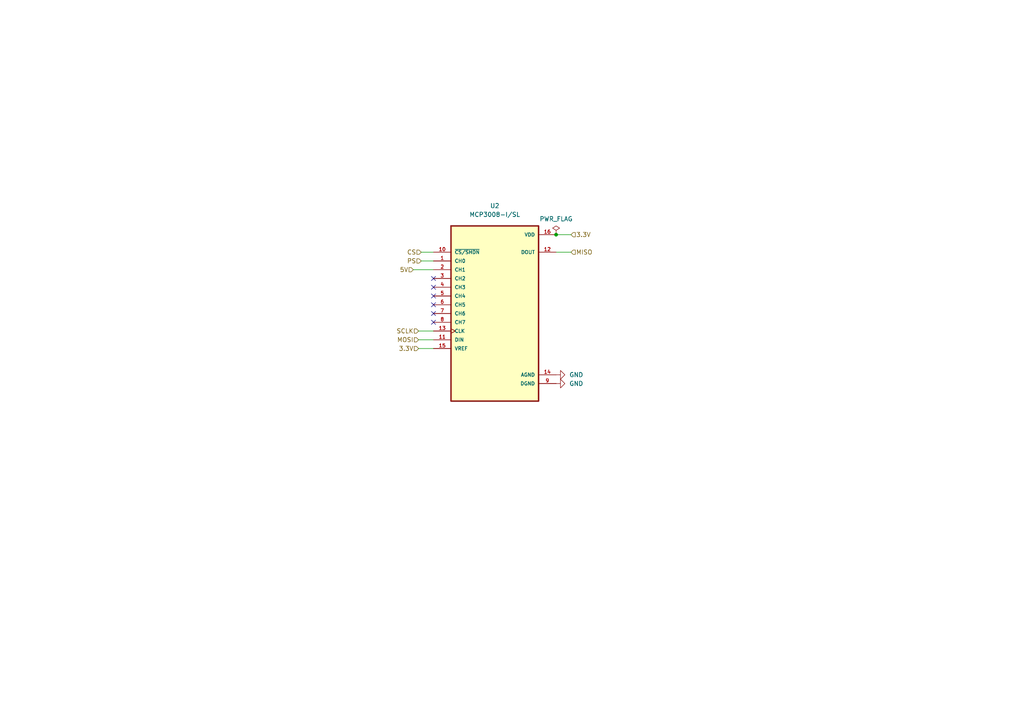
<source format=kicad_sch>
(kicad_sch (version 20230121) (generator eeschema)
  (paper "A4")
  (lib_symbols
    (symbol "MCP3008-I_SL:MCP3008-I{slash}SL" (pin_names (offset 1.016))
      (property "Reference" "U" (at -12.7 26.3906 0))
      (property "Value" "MCP3008-I{slash}SL" (at -12.7 -29.3878 0))
      (symbol "MCP3008-I{slash}SL_0_0"
        (rectangle (start -12.7 -25.4) (end 12.7 25.4) (stroke (width 0.4064)) (fill (type background)))
        (pin input line (at -17.78 15.24 0) (length 5.08) (name "CH0") (number "1"))
        (pin input line (at -17.78 17.78 0) (length 5.08) (name "~{CS/SHDN}") (number "10"))
        (pin input line (at -17.78 -7.62 0) (length 5.08) (name "DIN") (number "11"))
        (pin output line (at 17.78 17.78 180) (length 5.08) (name "DOUT") (number "12"))
        (pin input clock (at -17.78 -5.08 0) (length 5.08) (name "CLK") (number "13"))
        (pin power_in line (at 17.78 -17.78 180) (length 5.08) (name "AGND") (number "14"))
        (pin input line (at -17.78 -10.16 0) (length 5.08) (name "VREF") (number "15"))
        (pin power_in line (at 17.78 22.86 180) (length 5.08) (name "VDD") (number "16"))
        (pin input line (at -17.78 12.7 0) (length 5.08) (name "CH1") (number "2"))
        (pin input line (at -17.78 10.16 0) (length 5.08) (name "CH2") (number "3"))
        (pin input line (at -17.78 7.62 0) (length 5.08) (name "CH3") (number "4"))
        (pin input line (at -17.78 5.08 0) (length 5.08) (name "CH4") (number "5"))
        (pin input line (at -17.78 2.54 0) (length 5.08) (name "CH5") (number "6"))
        (pin input line (at -17.78 0 0) (length 5.08) (name "CH6") (number "7"))
        (pin input line (at -17.78 -2.54 0) (length 5.08) (name "CH7") (number "8"))
        (pin power_in line (at 17.78 -20.32 180) (length 5.08) (name "DGND") (number "9"))
      )
    )
    (symbol "power:GND" (power) (pin_names (offset 0))
      (property "Value" "GND" (at 0 -3.81 0))
      (symbol "GND_0_1"
        (polyline (pts (xy 0 0) (xy 0 -1.27) (xy 1.27 -1.27) (xy 0 -2.54) (xy -1.27 -1.27) (xy 0 -1.27)))
      )
      (symbol "GND_1_1"
        (pin power_in line (at 0 0 270) (length 0) hide (name "GND") (number "1"))
      )
    )
    (symbol "power:PWR_FLAG" (power) (pin_numbers hide) (pin_names (offset 0) hide)
      (property "Value" "PWR_FLAG" (at 0 3.81 0))
      (symbol "PWR_FLAG_0_0"
        (pin power_out line (at 0 0 90) (length 0) (name "pwr") (number "1"))
      )
      (symbol "PWR_FLAG_0_1"
        (polyline (pts (xy 0 0) (xy 0 1.27) (xy -1.016 1.905) (xy 0 2.54) (xy 1.016 1.905) (xy 0 1.27)))
      )
    )
  )
  (junction (at 161.29 68.072))
  (no_connect (at 125.73 88.392))
  (no_connect (at 125.73 90.932))
  (no_connect (at 125.73 93.472))
  (no_connect (at 125.73 83.312))
  (no_connect (at 125.73 85.852))
  (no_connect (at 125.73 80.772))
  (wire (pts (xy 119.888 78.232) (xy 125.73 78.232)))
  (wire (pts (xy 161.29 73.152) (xy 165.608 73.152)))
  (wire (pts (xy 121.412 98.552) (xy 125.73 98.552)))
  (wire (pts (xy 125.73 101.092) (xy 121.412 101.092)))
  (wire (pts (xy 122.174 73.152) (xy 125.73 73.152)))
  (wire (pts (xy 121.412 96.012) (xy 125.73 96.012)))
  (wire (pts (xy 161.29 68.072) (xy 165.608 68.072)))
  (wire (pts (xy 122.174 75.692) (xy 125.73 75.692)))
  (hierarchical_label "3.3V" (shape input) (at 121.412 101.092 180))
  (hierarchical_label "3.3V" (shape input) (at 165.608 68.072 0))
  (hierarchical_label "SCLK" (shape input) (at 121.412 96.012 180))
  (hierarchical_label "MISO" (shape input) (at 165.608 73.152 0))
  (hierarchical_label "5V" (shape input) (at 119.888 78.232 180))
  (hierarchical_label "MOSI" (shape input) (at 121.412 98.552 180))
  (hierarchical_label "CS" (shape input) (at 122.174 73.152 180))
  (hierarchical_label "PS" (shape input) (at 122.174 75.692 180))
  (symbol (lib_id "power:GND") (at 161.29 111.252 90) (unit 1)
    (property "Reference" "#PWR0118" (effects hide))
    (property "Value" "GND" (at 165.1 111.2519 90) (effects (justify right)))
  )
  (symbol (lib_id "MCP3008-I_SL:MCP3008-I{slash}SL") (at 143.51 90.932 0) (unit 1)
    (property "Reference" "U2" (at 143.51 59.69 0))
    (property "Value" "MCP3008-I/SL" (at 143.51 62.23 0))
    (property "Footprint" ".pretty:SOIC127P600X175-16N" (effects hide))
    (property "Datasheet" "https://ww1.microchip.com/downloads/en/DeviceDoc/21295d.pdf" (effects hide))
  )
  (symbol (lib_id "power:GND") (at 161.29 108.712 90) (unit 1)
    (property "Reference" "#PWR0119" (effects hide))
    (property "Value" "GND" (at 165.1 108.7119 90) (effects (justify right)))
  )
  (symbol (lib_id "power:PWR_FLAG") (at 161.29 68.072 0) (unit 1)
    (property "Reference" "#FLG0102" (effects hide))
    (property "Value" "PWR_FLAG" (at 161.29 63.5 0))
  )
)
</source>
